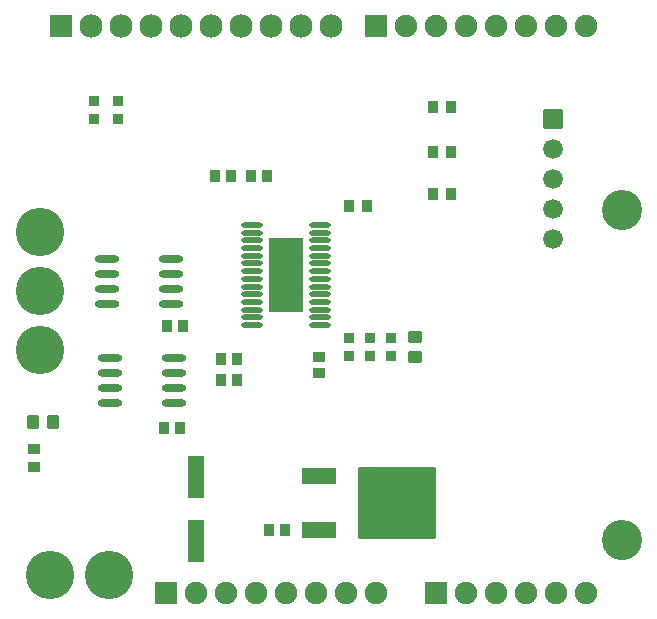
<source format=gts>
G04 Layer: TopSolderMaskLayer*
G04 EasyEDA v6.5.42, 2024-06-23 11:48:01*
G04 8461acd9e52441dfa5b1607b254f294a,2865ae9118a24060a17af6d01c9bcc73,10*
G04 Gerber Generator version 0.2*
G04 Scale: 100 percent, Rotated: No, Reflected: No *
G04 Dimensions in millimeters *
G04 leading zeros omitted , absolute positions ,4 integer and 5 decimal *
%FSLAX45Y45*%
%MOMM*%

%AMMACRO1*1,1,$1,$2,$3*1,1,$1,$4,$5*1,1,$1,0-$2,0-$3*1,1,$1,0-$4,0-$5*20,1,$1,$2,$3,$4,$5,0*20,1,$1,$4,$5,0-$2,0-$3,0*20,1,$1,0-$2,0-$3,0-$4,0-$5,0*20,1,$1,0-$4,0-$5,$2,$3,0*4,1,4,$2,$3,$4,$5,0-$2,0-$3,0-$4,0-$5,$2,$3,0*%
%ADD10C,1.6764*%
%ADD11MACRO1,0.1016X0.7874X0.7874X0.7874X-0.7874*%
%ADD12MACRO1,0.1016X-0.4032X-0.432X-0.4032X0.432*%
%ADD13MACRO1,0.1016X0.4032X-0.432X0.4032X0.432*%
%ADD14MACRO1,0.1016X0.4X-0.45X-0.4X-0.45*%
%ADD15MACRO1,0.1016X-0.4X0.45X0.4X0.45*%
%ADD16MACRO1,0.1016X-0.432X0.4032X0.432X0.4032*%
%ADD17MACRO1,0.1016X-0.432X-0.4032X0.432X-0.4032*%
%ADD18MACRO1,0.1016X0.4032X0.432X0.4032X-0.432*%
%ADD19MACRO1,0.1016X-0.4032X0.432X-0.4032X-0.432*%
%ADD20R,0.9656X0.9081*%
%ADD21MACRO1,0.1016X-0.9X0.9X0.9X0.9*%
%ADD22C,1.9016*%
%ADD23C,1.9620*%
%ADD24MACRO1,0.1016X-3.25X3X3.25X3*%
%ADD25MACRO1,0.1016X-1.4X0.65X1.4X0.65*%
%ADD26MACRO1,0.1016X0.45X0.5X0.45X-0.5*%
%ADD27MACRO1,0.1016X0.6X1.75X0.6X-1.75*%
%ADD28R,1.0016X0.9016*%
%ADD29C,4.1016*%
%ADD30O,2.051812X0.6700012*%
%ADD31O,1.8330926000000003X0.4446016*%
%ADD32MACRO1,0.1016X-1.375X3.1X1.375X3.1*%
%ADD33MACRO1,0.1016X-0.5X0.45X0.5X0.45*%
%ADD34C,3.4032*%

%LPD*%
D10*
G01*
X1371511Y-330316D03*
G01*
X1371511Y-76316D03*
G01*
X1371511Y177683D03*
G01*
X1371511Y431683D03*
D11*
G01*
X1371511Y685683D03*
D12*
G01*
X507036Y787283D03*
D13*
G01*
X356386Y787283D03*
D12*
G01*
X507036Y406283D03*
D13*
G01*
X356386Y406283D03*
D12*
G01*
X507036Y50683D03*
D13*
G01*
X356386Y50683D03*
D14*
G01*
X-1441688Y-1346316D03*
G01*
X-1301689Y-1346316D03*
G01*
X-1441688Y-1524116D03*
G01*
X-1301689Y-1524116D03*
D15*
G01*
X-1784289Y-1930516D03*
G01*
X-1924288Y-1930516D03*
G01*
X-1758889Y-1066916D03*
G01*
X-1898888Y-1066916D03*
D14*
G01*
X-1035288Y-2794116D03*
G01*
X-895289Y-2794116D03*
D16*
G01*
X-3022688Y-2259841D03*
D17*
G01*
X-3022688Y-2109191D03*
D18*
G01*
X-354813Y-50916D03*
D19*
G01*
X-204163Y-50916D03*
D20*
G01*
X-355688Y-1169380D03*
G01*
X-355688Y-1320053D03*
G01*
X-177888Y-1169380D03*
G01*
X-177888Y-1320053D03*
G01*
X-2311387Y837321D03*
G01*
X-2311387Y686673D03*
G01*
X-2514587Y837321D03*
G01*
X-2514587Y686673D03*
D21*
G01*
X-1905000Y-3327400D03*
D22*
G01*
X-1650987Y-3327389D03*
G01*
X-1396987Y-3327389D03*
G01*
X-1142987Y-3327389D03*
G01*
X-888987Y-3327389D03*
G01*
X-634987Y-3327389D03*
G01*
X-380987Y-3327389D03*
G01*
X-126987Y-3327389D03*
G01*
X1651012Y-3327389D03*
G01*
X1397012Y-3327389D03*
G01*
X1143012Y-3327389D03*
G01*
X889012Y-3327389D03*
G01*
X635012Y-3327389D03*
D21*
G01*
X381012Y-3327389D03*
D23*
G01*
X-507987Y1473210D03*
G01*
X-761987Y1473210D03*
G01*
X-1015987Y1473210D03*
G01*
X-1269987Y1473210D03*
G01*
X-1523987Y1473210D03*
G01*
X-1777987Y1473210D03*
G01*
X-2031987Y1473210D03*
G01*
X-2285987Y1473210D03*
G01*
X-2539987Y1473210D03*
D21*
G01*
X-2793987Y1473210D03*
G01*
X-127000Y1473199D03*
D22*
G01*
X127012Y1473210D03*
G01*
X381012Y1473210D03*
G01*
X635012Y1473210D03*
G01*
X889012Y1473210D03*
G01*
X1143012Y1473210D03*
G01*
X1397012Y1473210D03*
G01*
X1651012Y1473210D03*
D24*
G01*
X49796Y-2565400D03*
D25*
G01*
X-608586Y-2338120D03*
G01*
X-608586Y-2792679D03*
D26*
G01*
X-2861409Y-1879600D03*
G01*
X-3031408Y-1879600D03*
D14*
G01*
X-1187599Y203199D03*
G01*
X-1047600Y203199D03*
D15*
G01*
X-1352400Y203199D03*
G01*
X-1492399Y203199D03*
D27*
G01*
X-1651000Y-2349202D03*
G01*
X-1651000Y-2883197D03*
D28*
G01*
X-609587Y-1327012D03*
G01*
X-609587Y-1466992D03*
D29*
G01*
X-2887586Y-3174989D03*
G01*
X-2387587Y-3174989D03*
G01*
X-2971787Y-1269989D03*
G01*
X-2971787Y-769990D03*
G01*
X-2971787Y-269991D03*
D30*
G01*
X-2404097Y-495315D03*
G01*
X-2404097Y-622315D03*
G01*
X-2404097Y-749315D03*
G01*
X-2404097Y-876315D03*
G01*
X-1863077Y-495315D03*
G01*
X-1863077Y-622315D03*
G01*
X-1863077Y-749315D03*
G01*
X-1863077Y-876315D03*
G01*
X-2378722Y-1333489D03*
G01*
X-2378722Y-1460489D03*
G01*
X-2378722Y-1587489D03*
G01*
X-2378722Y-1714489D03*
G01*
X-1837702Y-1333489D03*
G01*
X-1837702Y-1460489D03*
G01*
X-1837702Y-1587489D03*
G01*
X-1837702Y-1714489D03*
D31*
G01*
X-1175651Y-212384D03*
G01*
X-1175651Y-277383D03*
G01*
X-1175651Y-342381D03*
G01*
X-1175651Y-407380D03*
G01*
X-1175651Y-472379D03*
G01*
X-1175651Y-537377D03*
G01*
X-1175651Y-602401D03*
G01*
X-1175651Y-667400D03*
G01*
X-1175651Y-732398D03*
G01*
X-1175651Y-797397D03*
G01*
X-1175651Y-862396D03*
G01*
X-1175651Y-927394D03*
G01*
X-1175651Y-992393D03*
G01*
X-1175651Y-1057391D03*
G01*
X-602500Y-212384D03*
G01*
X-602500Y-277383D03*
G01*
X-602500Y-342381D03*
G01*
X-602500Y-407380D03*
G01*
X-602500Y-472379D03*
G01*
X-602500Y-537377D03*
G01*
X-602500Y-602401D03*
G01*
X-602500Y-667400D03*
G01*
X-602500Y-732398D03*
G01*
X-602500Y-797397D03*
G01*
X-602500Y-862396D03*
G01*
X-602500Y-927394D03*
G01*
X-602500Y-992393D03*
G01*
X-602500Y-1057391D03*
D32*
G01*
X-889076Y-634875D03*
D20*
G01*
X-88Y-1169380D03*
G01*
X-88Y-1320053D03*
D33*
G01*
X203200Y-1159609D03*
G01*
X203200Y-1329608D03*
D34*
G01*
X1952612Y-81396D03*
G01*
X1952612Y-2881391D03*
M02*

</source>
